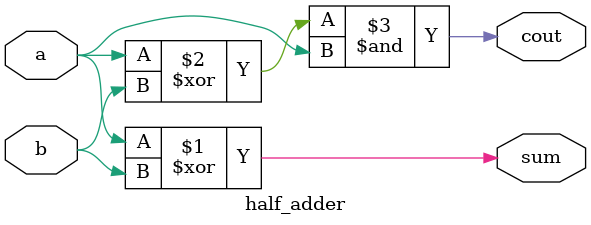
<source format=v>
module half_adder( 
input a, b,
output cout, sum );


// assign the sum
assign sum = a ^ b;

//assign the carry out
assign cout = (a ^ b) & a;
endmodule

</source>
